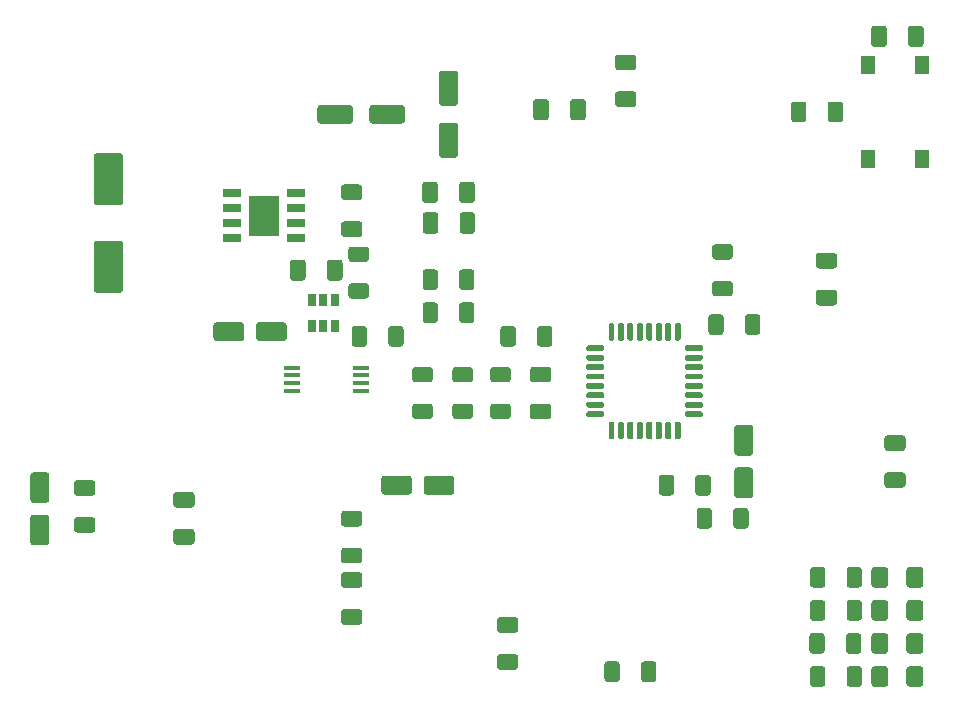
<source format=gtp>
%TF.GenerationSoftware,KiCad,Pcbnew,(5.1.12)-1*%
%TF.CreationDate,2022-08-06T16:21:54+02:00*%
%TF.ProjectId,PrototypV1_rx,50726f74-6f74-4797-9056-315f72782e6b,rev?*%
%TF.SameCoordinates,Original*%
%TF.FileFunction,Paste,Top*%
%TF.FilePolarity,Positive*%
%FSLAX46Y46*%
G04 Gerber Fmt 4.6, Leading zero omitted, Abs format (unit mm)*
G04 Created by KiCad (PCBNEW (5.1.12)-1) date 2022-08-06 16:21:54*
%MOMM*%
%LPD*%
G01*
G04 APERTURE LIST*
%ADD10R,1.300000X1.550000*%
%ADD11R,0.650000X1.060000*%
%ADD12R,1.475000X0.450000*%
%ADD13R,2.513000X3.402000*%
%ADD14R,1.525000X0.700000*%
G04 APERTURE END LIST*
G36*
G01*
X30949998Y-128900000D02*
X32250002Y-128900000D01*
G75*
G02*
X32500000Y-129149998I0J-249998D01*
G01*
X32500000Y-129975002D01*
G75*
G02*
X32250002Y-130225000I-249998J0D01*
G01*
X30949998Y-130225000D01*
G75*
G02*
X30700000Y-129975002I0J249998D01*
G01*
X30700000Y-129149998D01*
G75*
G02*
X30949998Y-128900000I249998J0D01*
G01*
G37*
G36*
G01*
X30949998Y-125775000D02*
X32250002Y-125775000D01*
G75*
G02*
X32500000Y-126024998I0J-249998D01*
G01*
X32500000Y-126850002D01*
G75*
G02*
X32250002Y-127100000I-249998J0D01*
G01*
X30949998Y-127100000D01*
G75*
G02*
X30700000Y-126850002I0J249998D01*
G01*
X30700000Y-126024998D01*
G75*
G02*
X30949998Y-125775000I249998J0D01*
G01*
G37*
G36*
G01*
X22549998Y-127900000D02*
X23850002Y-127900000D01*
G75*
G02*
X24100000Y-128149998I0J-249998D01*
G01*
X24100000Y-128975002D01*
G75*
G02*
X23850002Y-129225000I-249998J0D01*
G01*
X22549998Y-129225000D01*
G75*
G02*
X22300000Y-128975002I0J249998D01*
G01*
X22300000Y-128149998D01*
G75*
G02*
X22549998Y-127900000I249998J0D01*
G01*
G37*
G36*
G01*
X22549998Y-124775000D02*
X23850002Y-124775000D01*
G75*
G02*
X24100000Y-125024998I0J-249998D01*
G01*
X24100000Y-125850002D01*
G75*
G02*
X23850002Y-126100000I-249998J0D01*
G01*
X22549998Y-126100000D01*
G75*
G02*
X22300000Y-125850002I0J249998D01*
G01*
X22300000Y-125024998D01*
G75*
G02*
X22549998Y-124775000I249998J0D01*
G01*
G37*
D10*
X89550000Y-97575000D03*
X94050000Y-97575000D03*
X94050000Y-89625000D03*
X89550000Y-89625000D03*
G36*
G01*
X87700000Y-142025001D02*
X87700000Y-140774999D01*
G75*
G02*
X87949999Y-140525000I249999J0D01*
G01*
X88750001Y-140525000D01*
G75*
G02*
X89000000Y-140774999I0J-249999D01*
G01*
X89000000Y-142025001D01*
G75*
G02*
X88750001Y-142275000I-249999J0D01*
G01*
X87949999Y-142275000D01*
G75*
G02*
X87700000Y-142025001I0J249999D01*
G01*
G37*
G36*
G01*
X84600000Y-142025001D02*
X84600000Y-140774999D01*
G75*
G02*
X84849999Y-140525000I249999J0D01*
G01*
X85650001Y-140525000D01*
G75*
G02*
X85900000Y-140774999I0J-249999D01*
G01*
X85900000Y-142025001D01*
G75*
G02*
X85650001Y-142275000I-249999J0D01*
G01*
X84849999Y-142275000D01*
G75*
G02*
X84600000Y-142025001I0J249999D01*
G01*
G37*
G36*
G01*
X87650000Y-139225001D02*
X87650000Y-137974999D01*
G75*
G02*
X87899999Y-137725000I249999J0D01*
G01*
X88700001Y-137725000D01*
G75*
G02*
X88950000Y-137974999I0J-249999D01*
G01*
X88950000Y-139225001D01*
G75*
G02*
X88700001Y-139475000I-249999J0D01*
G01*
X87899999Y-139475000D01*
G75*
G02*
X87650000Y-139225001I0J249999D01*
G01*
G37*
G36*
G01*
X84550000Y-139225001D02*
X84550000Y-137974999D01*
G75*
G02*
X84799999Y-137725000I249999J0D01*
G01*
X85600001Y-137725000D01*
G75*
G02*
X85850000Y-137974999I0J-249999D01*
G01*
X85850000Y-139225001D01*
G75*
G02*
X85600001Y-139475000I-249999J0D01*
G01*
X84799999Y-139475000D01*
G75*
G02*
X84550000Y-139225001I0J249999D01*
G01*
G37*
G36*
G01*
X87700000Y-136425001D02*
X87700000Y-135174999D01*
G75*
G02*
X87949999Y-134925000I249999J0D01*
G01*
X88750001Y-134925000D01*
G75*
G02*
X89000000Y-135174999I0J-249999D01*
G01*
X89000000Y-136425001D01*
G75*
G02*
X88750001Y-136675000I-249999J0D01*
G01*
X87949999Y-136675000D01*
G75*
G02*
X87700000Y-136425001I0J249999D01*
G01*
G37*
G36*
G01*
X84600000Y-136425001D02*
X84600000Y-135174999D01*
G75*
G02*
X84849999Y-134925000I249999J0D01*
G01*
X85650001Y-134925000D01*
G75*
G02*
X85900000Y-135174999I0J-249999D01*
G01*
X85900000Y-136425001D01*
G75*
G02*
X85650001Y-136675000I-249999J0D01*
G01*
X84849999Y-136675000D01*
G75*
G02*
X84600000Y-136425001I0J249999D01*
G01*
G37*
G36*
G01*
X87700000Y-133625001D02*
X87700000Y-132374999D01*
G75*
G02*
X87949999Y-132125000I249999J0D01*
G01*
X88750001Y-132125000D01*
G75*
G02*
X89000000Y-132374999I0J-249999D01*
G01*
X89000000Y-133625001D01*
G75*
G02*
X88750001Y-133875000I-249999J0D01*
G01*
X87949999Y-133875000D01*
G75*
G02*
X87700000Y-133625001I0J249999D01*
G01*
G37*
G36*
G01*
X84600000Y-133625001D02*
X84600000Y-132374999D01*
G75*
G02*
X84849999Y-132125000I249999J0D01*
G01*
X85650001Y-132125000D01*
G75*
G02*
X85900000Y-132374999I0J-249999D01*
G01*
X85900000Y-133625001D01*
G75*
G02*
X85650001Y-133875000I-249999J0D01*
G01*
X84849999Y-133875000D01*
G75*
G02*
X84600000Y-133625001I0J249999D01*
G01*
G37*
G36*
G01*
X84300000Y-92974999D02*
X84300000Y-94225001D01*
G75*
G02*
X84050001Y-94475000I-249999J0D01*
G01*
X83249999Y-94475000D01*
G75*
G02*
X83000000Y-94225001I0J249999D01*
G01*
X83000000Y-92974999D01*
G75*
G02*
X83249999Y-92725000I249999J0D01*
G01*
X84050001Y-92725000D01*
G75*
G02*
X84300000Y-92974999I0J-249999D01*
G01*
G37*
G36*
G01*
X87400000Y-92974999D02*
X87400000Y-94225001D01*
G75*
G02*
X87150001Y-94475000I-249999J0D01*
G01*
X86349999Y-94475000D01*
G75*
G02*
X86100000Y-94225001I0J249999D01*
G01*
X86100000Y-92974999D01*
G75*
G02*
X86349999Y-92725000I249999J0D01*
G01*
X87150001Y-92725000D01*
G75*
G02*
X87400000Y-92974999I0J-249999D01*
G01*
G37*
G36*
G01*
X91225000Y-140775000D02*
X91225000Y-142025000D01*
G75*
G02*
X90975000Y-142275000I-250000J0D01*
G01*
X90050000Y-142275000D01*
G75*
G02*
X89800000Y-142025000I0J250000D01*
G01*
X89800000Y-140775000D01*
G75*
G02*
X90050000Y-140525000I250000J0D01*
G01*
X90975000Y-140525000D01*
G75*
G02*
X91225000Y-140775000I0J-250000D01*
G01*
G37*
G36*
G01*
X94200000Y-140775000D02*
X94200000Y-142025000D01*
G75*
G02*
X93950000Y-142275000I-250000J0D01*
G01*
X93025000Y-142275000D01*
G75*
G02*
X92775000Y-142025000I0J250000D01*
G01*
X92775000Y-140775000D01*
G75*
G02*
X93025000Y-140525000I250000J0D01*
G01*
X93950000Y-140525000D01*
G75*
G02*
X94200000Y-140775000I0J-250000D01*
G01*
G37*
G36*
G01*
X91225000Y-137975000D02*
X91225000Y-139225000D01*
G75*
G02*
X90975000Y-139475000I-250000J0D01*
G01*
X90050000Y-139475000D01*
G75*
G02*
X89800000Y-139225000I0J250000D01*
G01*
X89800000Y-137975000D01*
G75*
G02*
X90050000Y-137725000I250000J0D01*
G01*
X90975000Y-137725000D01*
G75*
G02*
X91225000Y-137975000I0J-250000D01*
G01*
G37*
G36*
G01*
X94200000Y-137975000D02*
X94200000Y-139225000D01*
G75*
G02*
X93950000Y-139475000I-250000J0D01*
G01*
X93025000Y-139475000D01*
G75*
G02*
X92775000Y-139225000I0J250000D01*
G01*
X92775000Y-137975000D01*
G75*
G02*
X93025000Y-137725000I250000J0D01*
G01*
X93950000Y-137725000D01*
G75*
G02*
X94200000Y-137975000I0J-250000D01*
G01*
G37*
G36*
G01*
X91225000Y-135175000D02*
X91225000Y-136425000D01*
G75*
G02*
X90975000Y-136675000I-250000J0D01*
G01*
X90050000Y-136675000D01*
G75*
G02*
X89800000Y-136425000I0J250000D01*
G01*
X89800000Y-135175000D01*
G75*
G02*
X90050000Y-134925000I250000J0D01*
G01*
X90975000Y-134925000D01*
G75*
G02*
X91225000Y-135175000I0J-250000D01*
G01*
G37*
G36*
G01*
X94200000Y-135175000D02*
X94200000Y-136425000D01*
G75*
G02*
X93950000Y-136675000I-250000J0D01*
G01*
X93025000Y-136675000D01*
G75*
G02*
X92775000Y-136425000I0J250000D01*
G01*
X92775000Y-135175000D01*
G75*
G02*
X93025000Y-134925000I250000J0D01*
G01*
X93950000Y-134925000D01*
G75*
G02*
X94200000Y-135175000I0J-250000D01*
G01*
G37*
G36*
G01*
X91225000Y-132375000D02*
X91225000Y-133625000D01*
G75*
G02*
X90975000Y-133875000I-250000J0D01*
G01*
X90050000Y-133875000D01*
G75*
G02*
X89800000Y-133625000I0J250000D01*
G01*
X89800000Y-132375000D01*
G75*
G02*
X90050000Y-132125000I250000J0D01*
G01*
X90975000Y-132125000D01*
G75*
G02*
X91225000Y-132375000I0J-250000D01*
G01*
G37*
G36*
G01*
X94200000Y-132375000D02*
X94200000Y-133625000D01*
G75*
G02*
X93950000Y-133875000I-250000J0D01*
G01*
X93025000Y-133875000D01*
G75*
G02*
X92775000Y-133625000I0J250000D01*
G01*
X92775000Y-132375000D01*
G75*
G02*
X93025000Y-132125000I250000J0D01*
G01*
X93950000Y-132125000D01*
G75*
G02*
X94200000Y-132375000I0J-250000D01*
G01*
G37*
G36*
G01*
X91100000Y-86549998D02*
X91100000Y-87850002D01*
G75*
G02*
X90850002Y-88100000I-249998J0D01*
G01*
X90024998Y-88100000D01*
G75*
G02*
X89775000Y-87850002I0J249998D01*
G01*
X89775000Y-86549998D01*
G75*
G02*
X90024998Y-86300000I249998J0D01*
G01*
X90850002Y-86300000D01*
G75*
G02*
X91100000Y-86549998I0J-249998D01*
G01*
G37*
G36*
G01*
X94225000Y-86549998D02*
X94225000Y-87850002D01*
G75*
G02*
X93975002Y-88100000I-249998J0D01*
G01*
X93149998Y-88100000D01*
G75*
G02*
X92900000Y-87850002I0J249998D01*
G01*
X92900000Y-86549998D01*
G75*
G02*
X93149998Y-86300000I249998J0D01*
G01*
X93975002Y-86300000D01*
G75*
G02*
X94225000Y-86549998I0J-249998D01*
G01*
G37*
G36*
G01*
X57774999Y-118300000D02*
X59025001Y-118300000D01*
G75*
G02*
X59275000Y-118549999I0J-249999D01*
G01*
X59275000Y-119350001D01*
G75*
G02*
X59025001Y-119600000I-249999J0D01*
G01*
X57774999Y-119600000D01*
G75*
G02*
X57525000Y-119350001I0J249999D01*
G01*
X57525000Y-118549999D01*
G75*
G02*
X57774999Y-118300000I249999J0D01*
G01*
G37*
G36*
G01*
X57774999Y-115200000D02*
X59025001Y-115200000D01*
G75*
G02*
X59275000Y-115449999I0J-249999D01*
G01*
X59275000Y-116250001D01*
G75*
G02*
X59025001Y-116500000I-249999J0D01*
G01*
X57774999Y-116500000D01*
G75*
G02*
X57525000Y-116250001I0J249999D01*
G01*
X57525000Y-115449999D01*
G75*
G02*
X57774999Y-115200000I249999J0D01*
G01*
G37*
G36*
G01*
X51174999Y-118300000D02*
X52425001Y-118300000D01*
G75*
G02*
X52675000Y-118549999I0J-249999D01*
G01*
X52675000Y-119350001D01*
G75*
G02*
X52425001Y-119600000I-249999J0D01*
G01*
X51174999Y-119600000D01*
G75*
G02*
X50925000Y-119350001I0J249999D01*
G01*
X50925000Y-118549999D01*
G75*
G02*
X51174999Y-118300000I249999J0D01*
G01*
G37*
G36*
G01*
X51174999Y-115200000D02*
X52425001Y-115200000D01*
G75*
G02*
X52675000Y-115449999I0J-249999D01*
G01*
X52675000Y-116250001D01*
G75*
G02*
X52425001Y-116500000I-249999J0D01*
G01*
X51174999Y-116500000D01*
G75*
G02*
X50925000Y-116250001I0J249999D01*
G01*
X50925000Y-115449999D01*
G75*
G02*
X51174999Y-115200000I249999J0D01*
G01*
G37*
G36*
G01*
X54574999Y-118300000D02*
X55825001Y-118300000D01*
G75*
G02*
X56075000Y-118549999I0J-249999D01*
G01*
X56075000Y-119350001D01*
G75*
G02*
X55825001Y-119600000I-249999J0D01*
G01*
X54574999Y-119600000D01*
G75*
G02*
X54325000Y-119350001I0J249999D01*
G01*
X54325000Y-118549999D01*
G75*
G02*
X54574999Y-118300000I249999J0D01*
G01*
G37*
G36*
G01*
X54574999Y-115200000D02*
X55825001Y-115200000D01*
G75*
G02*
X56075000Y-115449999I0J-249999D01*
G01*
X56075000Y-116250001D01*
G75*
G02*
X55825001Y-116500000I-249999J0D01*
G01*
X54574999Y-116500000D01*
G75*
G02*
X54325000Y-116250001I0J249999D01*
G01*
X54325000Y-115449999D01*
G75*
G02*
X54574999Y-115200000I249999J0D01*
G01*
G37*
G36*
G01*
X59700000Y-111974999D02*
X59700000Y-113225001D01*
G75*
G02*
X59450001Y-113475000I-249999J0D01*
G01*
X58649999Y-113475000D01*
G75*
G02*
X58400000Y-113225001I0J249999D01*
G01*
X58400000Y-111974999D01*
G75*
G02*
X58649999Y-111725000I249999J0D01*
G01*
X59450001Y-111725000D01*
G75*
G02*
X59700000Y-111974999I0J-249999D01*
G01*
G37*
G36*
G01*
X62800000Y-111974999D02*
X62800000Y-113225001D01*
G75*
G02*
X62550001Y-113475000I-249999J0D01*
G01*
X61749999Y-113475000D01*
G75*
G02*
X61500000Y-113225001I0J249999D01*
G01*
X61500000Y-111974999D01*
G75*
G02*
X61749999Y-111725000I249999J0D01*
G01*
X62550001Y-111725000D01*
G75*
G02*
X62800000Y-111974999I0J-249999D01*
G01*
G37*
G36*
G01*
X18850000Y-127700000D02*
X19950000Y-127700000D01*
G75*
G02*
X20200000Y-127950000I0J-250000D01*
G01*
X20200000Y-130050000D01*
G75*
G02*
X19950000Y-130300000I-250000J0D01*
G01*
X18850000Y-130300000D01*
G75*
G02*
X18600000Y-130050000I0J250000D01*
G01*
X18600000Y-127950000D01*
G75*
G02*
X18850000Y-127700000I250000J0D01*
G01*
G37*
G36*
G01*
X18850000Y-124100000D02*
X19950000Y-124100000D01*
G75*
G02*
X20200000Y-124350000I0J-250000D01*
G01*
X20200000Y-126450000D01*
G75*
G02*
X19950000Y-126700000I-250000J0D01*
G01*
X18850000Y-126700000D01*
G75*
G02*
X18600000Y-126450000I0J250000D01*
G01*
X18600000Y-124350000D01*
G75*
G02*
X18850000Y-124100000I250000J0D01*
G01*
G37*
G36*
G01*
X48900000Y-113225001D02*
X48900000Y-111974999D01*
G75*
G02*
X49149999Y-111725000I249999J0D01*
G01*
X49950001Y-111725000D01*
G75*
G02*
X50200000Y-111974999I0J-249999D01*
G01*
X50200000Y-113225001D01*
G75*
G02*
X49950001Y-113475000I-249999J0D01*
G01*
X49149999Y-113475000D01*
G75*
G02*
X48900000Y-113225001I0J249999D01*
G01*
G37*
G36*
G01*
X45800000Y-113225001D02*
X45800000Y-111974999D01*
G75*
G02*
X46049999Y-111725000I249999J0D01*
G01*
X46850001Y-111725000D01*
G75*
G02*
X47100000Y-111974999I0J-249999D01*
G01*
X47100000Y-113225001D01*
G75*
G02*
X46850001Y-113475000I-249999J0D01*
G01*
X46049999Y-113475000D01*
G75*
G02*
X45800000Y-113225001I0J249999D01*
G01*
G37*
G36*
G01*
X47025001Y-106300000D02*
X45774999Y-106300000D01*
G75*
G02*
X45525000Y-106050001I0J249999D01*
G01*
X45525000Y-105249999D01*
G75*
G02*
X45774999Y-105000000I249999J0D01*
G01*
X47025001Y-105000000D01*
G75*
G02*
X47275000Y-105249999I0J-249999D01*
G01*
X47275000Y-106050001D01*
G75*
G02*
X47025001Y-106300000I-249999J0D01*
G01*
G37*
G36*
G01*
X47025001Y-109400000D02*
X45774999Y-109400000D01*
G75*
G02*
X45525000Y-109150001I0J249999D01*
G01*
X45525000Y-108349999D01*
G75*
G02*
X45774999Y-108100000I249999J0D01*
G01*
X47025001Y-108100000D01*
G75*
G02*
X47275000Y-108349999I0J-249999D01*
G01*
X47275000Y-109150001D01*
G75*
G02*
X47025001Y-109400000I-249999J0D01*
G01*
G37*
D11*
X43400000Y-109500000D03*
X42450000Y-109500000D03*
X44350000Y-109500000D03*
X44350000Y-111700000D03*
X43400000Y-111700000D03*
X42450000Y-111700000D03*
D12*
X46633000Y-115240000D03*
X46633000Y-115890000D03*
X46633000Y-116540000D03*
X46633000Y-117190000D03*
X40757000Y-117190000D03*
X40757000Y-116540000D03*
X40757000Y-115890000D03*
X40757000Y-115240000D03*
G36*
G01*
X37700000Y-112750000D02*
X37700000Y-111650000D01*
G75*
G02*
X37950000Y-111400000I250000J0D01*
G01*
X40050000Y-111400000D01*
G75*
G02*
X40300000Y-111650000I0J-250000D01*
G01*
X40300000Y-112750000D01*
G75*
G02*
X40050000Y-113000000I-250000J0D01*
G01*
X37950000Y-113000000D01*
G75*
G02*
X37700000Y-112750000I0J250000D01*
G01*
G37*
G36*
G01*
X34100000Y-112750000D02*
X34100000Y-111650000D01*
G75*
G02*
X34350000Y-111400000I250000J0D01*
G01*
X36450000Y-111400000D01*
G75*
G02*
X36700000Y-111650000I0J-250000D01*
G01*
X36700000Y-112750000D01*
G75*
G02*
X36450000Y-113000000I-250000J0D01*
G01*
X34350000Y-113000000D01*
G75*
G02*
X34100000Y-112750000I0J250000D01*
G01*
G37*
G36*
G01*
X43700000Y-107650002D02*
X43700000Y-106349998D01*
G75*
G02*
X43949998Y-106100000I249998J0D01*
G01*
X44775002Y-106100000D01*
G75*
G02*
X45025000Y-106349998I0J-249998D01*
G01*
X45025000Y-107650002D01*
G75*
G02*
X44775002Y-107900000I-249998J0D01*
G01*
X43949998Y-107900000D01*
G75*
G02*
X43700000Y-107650002I0J249998D01*
G01*
G37*
G36*
G01*
X40575000Y-107650002D02*
X40575000Y-106349998D01*
G75*
G02*
X40824998Y-106100000I249998J0D01*
G01*
X41650002Y-106100000D01*
G75*
G02*
X41900000Y-106349998I0J-249998D01*
G01*
X41900000Y-107650002D01*
G75*
G02*
X41650002Y-107900000I-249998J0D01*
G01*
X40824998Y-107900000D01*
G75*
G02*
X40575000Y-107650002I0J249998D01*
G01*
G37*
G36*
G01*
X77825001Y-106100000D02*
X76574999Y-106100000D01*
G75*
G02*
X76325000Y-105850001I0J249999D01*
G01*
X76325000Y-105049999D01*
G75*
G02*
X76574999Y-104800000I249999J0D01*
G01*
X77825001Y-104800000D01*
G75*
G02*
X78075000Y-105049999I0J-249999D01*
G01*
X78075000Y-105850001D01*
G75*
G02*
X77825001Y-106100000I-249999J0D01*
G01*
G37*
G36*
G01*
X77825001Y-109200000D02*
X76574999Y-109200000D01*
G75*
G02*
X76325000Y-108950001I0J249999D01*
G01*
X76325000Y-108149999D01*
G75*
G02*
X76574999Y-107900000I249999J0D01*
G01*
X77825001Y-107900000D01*
G75*
G02*
X78075000Y-108149999I0J-249999D01*
G01*
X78075000Y-108950001D01*
G75*
G02*
X77825001Y-109200000I-249999J0D01*
G01*
G37*
G36*
G01*
X79100000Y-112225001D02*
X79100000Y-110974999D01*
G75*
G02*
X79349999Y-110725000I249999J0D01*
G01*
X80150001Y-110725000D01*
G75*
G02*
X80400000Y-110974999I0J-249999D01*
G01*
X80400000Y-112225001D01*
G75*
G02*
X80150001Y-112475000I-249999J0D01*
G01*
X79349999Y-112475000D01*
G75*
G02*
X79100000Y-112225001I0J249999D01*
G01*
G37*
G36*
G01*
X76000000Y-112225001D02*
X76000000Y-110974999D01*
G75*
G02*
X76249999Y-110725000I249999J0D01*
G01*
X77050001Y-110725000D01*
G75*
G02*
X77300000Y-110974999I0J-249999D01*
G01*
X77300000Y-112225001D01*
G75*
G02*
X77050001Y-112475000I-249999J0D01*
G01*
X76249999Y-112475000D01*
G75*
G02*
X76000000Y-112225001I0J249999D01*
G01*
G37*
G36*
G01*
X53100000Y-107174999D02*
X53100000Y-108425001D01*
G75*
G02*
X52850001Y-108675000I-249999J0D01*
G01*
X52049999Y-108675000D01*
G75*
G02*
X51800000Y-108425001I0J249999D01*
G01*
X51800000Y-107174999D01*
G75*
G02*
X52049999Y-106925000I249999J0D01*
G01*
X52850001Y-106925000D01*
G75*
G02*
X53100000Y-107174999I0J-249999D01*
G01*
G37*
G36*
G01*
X56200000Y-107174999D02*
X56200000Y-108425001D01*
G75*
G02*
X55950001Y-108675000I-249999J0D01*
G01*
X55149999Y-108675000D01*
G75*
G02*
X54900000Y-108425001I0J249999D01*
G01*
X54900000Y-107174999D01*
G75*
G02*
X55149999Y-106925000I249999J0D01*
G01*
X55950001Y-106925000D01*
G75*
G02*
X56200000Y-107174999I0J-249999D01*
G01*
G37*
G36*
G01*
X53100000Y-109974999D02*
X53100000Y-111225001D01*
G75*
G02*
X52850001Y-111475000I-249999J0D01*
G01*
X52049999Y-111475000D01*
G75*
G02*
X51800000Y-111225001I0J249999D01*
G01*
X51800000Y-109974999D01*
G75*
G02*
X52049999Y-109725000I249999J0D01*
G01*
X52850001Y-109725000D01*
G75*
G02*
X53100000Y-109974999I0J-249999D01*
G01*
G37*
G36*
G01*
X56200000Y-109974999D02*
X56200000Y-111225001D01*
G75*
G02*
X55950001Y-111475000I-249999J0D01*
G01*
X55149999Y-111475000D01*
G75*
G02*
X54900000Y-111225001I0J249999D01*
G01*
X54900000Y-109974999D01*
G75*
G02*
X55149999Y-109725000I249999J0D01*
G01*
X55950001Y-109725000D01*
G75*
G02*
X56200000Y-109974999I0J-249999D01*
G01*
G37*
G36*
G01*
X68500000Y-140374999D02*
X68500000Y-141625001D01*
G75*
G02*
X68250001Y-141875000I-249999J0D01*
G01*
X67449999Y-141875000D01*
G75*
G02*
X67200000Y-141625001I0J249999D01*
G01*
X67200000Y-140374999D01*
G75*
G02*
X67449999Y-140125000I249999J0D01*
G01*
X68250001Y-140125000D01*
G75*
G02*
X68500000Y-140374999I0J-249999D01*
G01*
G37*
G36*
G01*
X71600000Y-140374999D02*
X71600000Y-141625001D01*
G75*
G02*
X71350001Y-141875000I-249999J0D01*
G01*
X70549999Y-141875000D01*
G75*
G02*
X70300000Y-141625001I0J249999D01*
G01*
X70300000Y-140374999D01*
G75*
G02*
X70549999Y-140125000I249999J0D01*
G01*
X71350001Y-140125000D01*
G75*
G02*
X71600000Y-140374999I0J-249999D01*
G01*
G37*
G36*
G01*
X74900000Y-125825001D02*
X74900000Y-124574999D01*
G75*
G02*
X75149999Y-124325000I249999J0D01*
G01*
X75950001Y-124325000D01*
G75*
G02*
X76200000Y-124574999I0J-249999D01*
G01*
X76200000Y-125825001D01*
G75*
G02*
X75950001Y-126075000I-249999J0D01*
G01*
X75149999Y-126075000D01*
G75*
G02*
X74900000Y-125825001I0J249999D01*
G01*
G37*
G36*
G01*
X71800000Y-125825001D02*
X71800000Y-124574999D01*
G75*
G02*
X72049999Y-124325000I249999J0D01*
G01*
X72850001Y-124325000D01*
G75*
G02*
X73100000Y-124574999I0J-249999D01*
G01*
X73100000Y-125825001D01*
G75*
G02*
X72850001Y-126075000I-249999J0D01*
G01*
X72049999Y-126075000D01*
G75*
G02*
X71800000Y-125825001I0J249999D01*
G01*
G37*
G36*
G01*
X78100000Y-128625001D02*
X78100000Y-127374999D01*
G75*
G02*
X78349999Y-127125000I249999J0D01*
G01*
X79150001Y-127125000D01*
G75*
G02*
X79400000Y-127374999I0J-249999D01*
G01*
X79400000Y-128625001D01*
G75*
G02*
X79150001Y-128875000I-249999J0D01*
G01*
X78349999Y-128875000D01*
G75*
G02*
X78100000Y-128625001I0J249999D01*
G01*
G37*
G36*
G01*
X75000000Y-128625001D02*
X75000000Y-127374999D01*
G75*
G02*
X75249999Y-127125000I249999J0D01*
G01*
X76050001Y-127125000D01*
G75*
G02*
X76300000Y-127374999I0J-249999D01*
G01*
X76300000Y-128625001D01*
G75*
G02*
X76050001Y-128875000I-249999J0D01*
G01*
X75249999Y-128875000D01*
G75*
G02*
X75000000Y-128625001I0J249999D01*
G01*
G37*
D13*
X38400000Y-102400000D03*
D14*
X41112000Y-100495000D03*
X41112000Y-101765000D03*
X41112000Y-103035000D03*
X41112000Y-104305000D03*
X35688000Y-104305000D03*
X35688000Y-103035000D03*
X35688000Y-101765000D03*
X35688000Y-100495000D03*
G36*
G01*
X67550000Y-112850000D02*
X67550000Y-111600000D01*
G75*
G02*
X67675000Y-111475000I125000J0D01*
G01*
X67925000Y-111475000D01*
G75*
G02*
X68050000Y-111600000I0J-125000D01*
G01*
X68050000Y-112850000D01*
G75*
G02*
X67925000Y-112975000I-125000J0D01*
G01*
X67675000Y-112975000D01*
G75*
G02*
X67550000Y-112850000I0J125000D01*
G01*
G37*
G36*
G01*
X68350000Y-112850000D02*
X68350000Y-111600000D01*
G75*
G02*
X68475000Y-111475000I125000J0D01*
G01*
X68725000Y-111475000D01*
G75*
G02*
X68850000Y-111600000I0J-125000D01*
G01*
X68850000Y-112850000D01*
G75*
G02*
X68725000Y-112975000I-125000J0D01*
G01*
X68475000Y-112975000D01*
G75*
G02*
X68350000Y-112850000I0J125000D01*
G01*
G37*
G36*
G01*
X69150000Y-112850000D02*
X69150000Y-111600000D01*
G75*
G02*
X69275000Y-111475000I125000J0D01*
G01*
X69525000Y-111475000D01*
G75*
G02*
X69650000Y-111600000I0J-125000D01*
G01*
X69650000Y-112850000D01*
G75*
G02*
X69525000Y-112975000I-125000J0D01*
G01*
X69275000Y-112975000D01*
G75*
G02*
X69150000Y-112850000I0J125000D01*
G01*
G37*
G36*
G01*
X69950000Y-112850000D02*
X69950000Y-111600000D01*
G75*
G02*
X70075000Y-111475000I125000J0D01*
G01*
X70325000Y-111475000D01*
G75*
G02*
X70450000Y-111600000I0J-125000D01*
G01*
X70450000Y-112850000D01*
G75*
G02*
X70325000Y-112975000I-125000J0D01*
G01*
X70075000Y-112975000D01*
G75*
G02*
X69950000Y-112850000I0J125000D01*
G01*
G37*
G36*
G01*
X70750000Y-112850000D02*
X70750000Y-111600000D01*
G75*
G02*
X70875000Y-111475000I125000J0D01*
G01*
X71125000Y-111475000D01*
G75*
G02*
X71250000Y-111600000I0J-125000D01*
G01*
X71250000Y-112850000D01*
G75*
G02*
X71125000Y-112975000I-125000J0D01*
G01*
X70875000Y-112975000D01*
G75*
G02*
X70750000Y-112850000I0J125000D01*
G01*
G37*
G36*
G01*
X71550000Y-112850000D02*
X71550000Y-111600000D01*
G75*
G02*
X71675000Y-111475000I125000J0D01*
G01*
X71925000Y-111475000D01*
G75*
G02*
X72050000Y-111600000I0J-125000D01*
G01*
X72050000Y-112850000D01*
G75*
G02*
X71925000Y-112975000I-125000J0D01*
G01*
X71675000Y-112975000D01*
G75*
G02*
X71550000Y-112850000I0J125000D01*
G01*
G37*
G36*
G01*
X72350000Y-112850000D02*
X72350000Y-111600000D01*
G75*
G02*
X72475000Y-111475000I125000J0D01*
G01*
X72725000Y-111475000D01*
G75*
G02*
X72850000Y-111600000I0J-125000D01*
G01*
X72850000Y-112850000D01*
G75*
G02*
X72725000Y-112975000I-125000J0D01*
G01*
X72475000Y-112975000D01*
G75*
G02*
X72350000Y-112850000I0J125000D01*
G01*
G37*
G36*
G01*
X73150000Y-112850000D02*
X73150000Y-111600000D01*
G75*
G02*
X73275000Y-111475000I125000J0D01*
G01*
X73525000Y-111475000D01*
G75*
G02*
X73650000Y-111600000I0J-125000D01*
G01*
X73650000Y-112850000D01*
G75*
G02*
X73525000Y-112975000I-125000J0D01*
G01*
X73275000Y-112975000D01*
G75*
G02*
X73150000Y-112850000I0J125000D01*
G01*
G37*
G36*
G01*
X74025000Y-113725000D02*
X74025000Y-113475000D01*
G75*
G02*
X74150000Y-113350000I125000J0D01*
G01*
X75400000Y-113350000D01*
G75*
G02*
X75525000Y-113475000I0J-125000D01*
G01*
X75525000Y-113725000D01*
G75*
G02*
X75400000Y-113850000I-125000J0D01*
G01*
X74150000Y-113850000D01*
G75*
G02*
X74025000Y-113725000I0J125000D01*
G01*
G37*
G36*
G01*
X74025000Y-114525000D02*
X74025000Y-114275000D01*
G75*
G02*
X74150000Y-114150000I125000J0D01*
G01*
X75400000Y-114150000D01*
G75*
G02*
X75525000Y-114275000I0J-125000D01*
G01*
X75525000Y-114525000D01*
G75*
G02*
X75400000Y-114650000I-125000J0D01*
G01*
X74150000Y-114650000D01*
G75*
G02*
X74025000Y-114525000I0J125000D01*
G01*
G37*
G36*
G01*
X74025000Y-115325000D02*
X74025000Y-115075000D01*
G75*
G02*
X74150000Y-114950000I125000J0D01*
G01*
X75400000Y-114950000D01*
G75*
G02*
X75525000Y-115075000I0J-125000D01*
G01*
X75525000Y-115325000D01*
G75*
G02*
X75400000Y-115450000I-125000J0D01*
G01*
X74150000Y-115450000D01*
G75*
G02*
X74025000Y-115325000I0J125000D01*
G01*
G37*
G36*
G01*
X74025000Y-116125000D02*
X74025000Y-115875000D01*
G75*
G02*
X74150000Y-115750000I125000J0D01*
G01*
X75400000Y-115750000D01*
G75*
G02*
X75525000Y-115875000I0J-125000D01*
G01*
X75525000Y-116125000D01*
G75*
G02*
X75400000Y-116250000I-125000J0D01*
G01*
X74150000Y-116250000D01*
G75*
G02*
X74025000Y-116125000I0J125000D01*
G01*
G37*
G36*
G01*
X74025000Y-116925000D02*
X74025000Y-116675000D01*
G75*
G02*
X74150000Y-116550000I125000J0D01*
G01*
X75400000Y-116550000D01*
G75*
G02*
X75525000Y-116675000I0J-125000D01*
G01*
X75525000Y-116925000D01*
G75*
G02*
X75400000Y-117050000I-125000J0D01*
G01*
X74150000Y-117050000D01*
G75*
G02*
X74025000Y-116925000I0J125000D01*
G01*
G37*
G36*
G01*
X74025000Y-117725000D02*
X74025000Y-117475000D01*
G75*
G02*
X74150000Y-117350000I125000J0D01*
G01*
X75400000Y-117350000D01*
G75*
G02*
X75525000Y-117475000I0J-125000D01*
G01*
X75525000Y-117725000D01*
G75*
G02*
X75400000Y-117850000I-125000J0D01*
G01*
X74150000Y-117850000D01*
G75*
G02*
X74025000Y-117725000I0J125000D01*
G01*
G37*
G36*
G01*
X74025000Y-118525000D02*
X74025000Y-118275000D01*
G75*
G02*
X74150000Y-118150000I125000J0D01*
G01*
X75400000Y-118150000D01*
G75*
G02*
X75525000Y-118275000I0J-125000D01*
G01*
X75525000Y-118525000D01*
G75*
G02*
X75400000Y-118650000I-125000J0D01*
G01*
X74150000Y-118650000D01*
G75*
G02*
X74025000Y-118525000I0J125000D01*
G01*
G37*
G36*
G01*
X74025000Y-119325000D02*
X74025000Y-119075000D01*
G75*
G02*
X74150000Y-118950000I125000J0D01*
G01*
X75400000Y-118950000D01*
G75*
G02*
X75525000Y-119075000I0J-125000D01*
G01*
X75525000Y-119325000D01*
G75*
G02*
X75400000Y-119450000I-125000J0D01*
G01*
X74150000Y-119450000D01*
G75*
G02*
X74025000Y-119325000I0J125000D01*
G01*
G37*
G36*
G01*
X73150000Y-121200000D02*
X73150000Y-119950000D01*
G75*
G02*
X73275000Y-119825000I125000J0D01*
G01*
X73525000Y-119825000D01*
G75*
G02*
X73650000Y-119950000I0J-125000D01*
G01*
X73650000Y-121200000D01*
G75*
G02*
X73525000Y-121325000I-125000J0D01*
G01*
X73275000Y-121325000D01*
G75*
G02*
X73150000Y-121200000I0J125000D01*
G01*
G37*
G36*
G01*
X72350000Y-121200000D02*
X72350000Y-119950000D01*
G75*
G02*
X72475000Y-119825000I125000J0D01*
G01*
X72725000Y-119825000D01*
G75*
G02*
X72850000Y-119950000I0J-125000D01*
G01*
X72850000Y-121200000D01*
G75*
G02*
X72725000Y-121325000I-125000J0D01*
G01*
X72475000Y-121325000D01*
G75*
G02*
X72350000Y-121200000I0J125000D01*
G01*
G37*
G36*
G01*
X71550000Y-121200000D02*
X71550000Y-119950000D01*
G75*
G02*
X71675000Y-119825000I125000J0D01*
G01*
X71925000Y-119825000D01*
G75*
G02*
X72050000Y-119950000I0J-125000D01*
G01*
X72050000Y-121200000D01*
G75*
G02*
X71925000Y-121325000I-125000J0D01*
G01*
X71675000Y-121325000D01*
G75*
G02*
X71550000Y-121200000I0J125000D01*
G01*
G37*
G36*
G01*
X70750000Y-121200000D02*
X70750000Y-119950000D01*
G75*
G02*
X70875000Y-119825000I125000J0D01*
G01*
X71125000Y-119825000D01*
G75*
G02*
X71250000Y-119950000I0J-125000D01*
G01*
X71250000Y-121200000D01*
G75*
G02*
X71125000Y-121325000I-125000J0D01*
G01*
X70875000Y-121325000D01*
G75*
G02*
X70750000Y-121200000I0J125000D01*
G01*
G37*
G36*
G01*
X69950000Y-121200000D02*
X69950000Y-119950000D01*
G75*
G02*
X70075000Y-119825000I125000J0D01*
G01*
X70325000Y-119825000D01*
G75*
G02*
X70450000Y-119950000I0J-125000D01*
G01*
X70450000Y-121200000D01*
G75*
G02*
X70325000Y-121325000I-125000J0D01*
G01*
X70075000Y-121325000D01*
G75*
G02*
X69950000Y-121200000I0J125000D01*
G01*
G37*
G36*
G01*
X69150000Y-121200000D02*
X69150000Y-119950000D01*
G75*
G02*
X69275000Y-119825000I125000J0D01*
G01*
X69525000Y-119825000D01*
G75*
G02*
X69650000Y-119950000I0J-125000D01*
G01*
X69650000Y-121200000D01*
G75*
G02*
X69525000Y-121325000I-125000J0D01*
G01*
X69275000Y-121325000D01*
G75*
G02*
X69150000Y-121200000I0J125000D01*
G01*
G37*
G36*
G01*
X68350000Y-121200000D02*
X68350000Y-119950000D01*
G75*
G02*
X68475000Y-119825000I125000J0D01*
G01*
X68725000Y-119825000D01*
G75*
G02*
X68850000Y-119950000I0J-125000D01*
G01*
X68850000Y-121200000D01*
G75*
G02*
X68725000Y-121325000I-125000J0D01*
G01*
X68475000Y-121325000D01*
G75*
G02*
X68350000Y-121200000I0J125000D01*
G01*
G37*
G36*
G01*
X67550000Y-121200000D02*
X67550000Y-119950000D01*
G75*
G02*
X67675000Y-119825000I125000J0D01*
G01*
X67925000Y-119825000D01*
G75*
G02*
X68050000Y-119950000I0J-125000D01*
G01*
X68050000Y-121200000D01*
G75*
G02*
X67925000Y-121325000I-125000J0D01*
G01*
X67675000Y-121325000D01*
G75*
G02*
X67550000Y-121200000I0J125000D01*
G01*
G37*
G36*
G01*
X65675000Y-119325000D02*
X65675000Y-119075000D01*
G75*
G02*
X65800000Y-118950000I125000J0D01*
G01*
X67050000Y-118950000D01*
G75*
G02*
X67175000Y-119075000I0J-125000D01*
G01*
X67175000Y-119325000D01*
G75*
G02*
X67050000Y-119450000I-125000J0D01*
G01*
X65800000Y-119450000D01*
G75*
G02*
X65675000Y-119325000I0J125000D01*
G01*
G37*
G36*
G01*
X65675000Y-118525000D02*
X65675000Y-118275000D01*
G75*
G02*
X65800000Y-118150000I125000J0D01*
G01*
X67050000Y-118150000D01*
G75*
G02*
X67175000Y-118275000I0J-125000D01*
G01*
X67175000Y-118525000D01*
G75*
G02*
X67050000Y-118650000I-125000J0D01*
G01*
X65800000Y-118650000D01*
G75*
G02*
X65675000Y-118525000I0J125000D01*
G01*
G37*
G36*
G01*
X65675000Y-117725000D02*
X65675000Y-117475000D01*
G75*
G02*
X65800000Y-117350000I125000J0D01*
G01*
X67050000Y-117350000D01*
G75*
G02*
X67175000Y-117475000I0J-125000D01*
G01*
X67175000Y-117725000D01*
G75*
G02*
X67050000Y-117850000I-125000J0D01*
G01*
X65800000Y-117850000D01*
G75*
G02*
X65675000Y-117725000I0J125000D01*
G01*
G37*
G36*
G01*
X65675000Y-116925000D02*
X65675000Y-116675000D01*
G75*
G02*
X65800000Y-116550000I125000J0D01*
G01*
X67050000Y-116550000D01*
G75*
G02*
X67175000Y-116675000I0J-125000D01*
G01*
X67175000Y-116925000D01*
G75*
G02*
X67050000Y-117050000I-125000J0D01*
G01*
X65800000Y-117050000D01*
G75*
G02*
X65675000Y-116925000I0J125000D01*
G01*
G37*
G36*
G01*
X65675000Y-116125000D02*
X65675000Y-115875000D01*
G75*
G02*
X65800000Y-115750000I125000J0D01*
G01*
X67050000Y-115750000D01*
G75*
G02*
X67175000Y-115875000I0J-125000D01*
G01*
X67175000Y-116125000D01*
G75*
G02*
X67050000Y-116250000I-125000J0D01*
G01*
X65800000Y-116250000D01*
G75*
G02*
X65675000Y-116125000I0J125000D01*
G01*
G37*
G36*
G01*
X65675000Y-115325000D02*
X65675000Y-115075000D01*
G75*
G02*
X65800000Y-114950000I125000J0D01*
G01*
X67050000Y-114950000D01*
G75*
G02*
X67175000Y-115075000I0J-125000D01*
G01*
X67175000Y-115325000D01*
G75*
G02*
X67050000Y-115450000I-125000J0D01*
G01*
X65800000Y-115450000D01*
G75*
G02*
X65675000Y-115325000I0J125000D01*
G01*
G37*
G36*
G01*
X65675000Y-114525000D02*
X65675000Y-114275000D01*
G75*
G02*
X65800000Y-114150000I125000J0D01*
G01*
X67050000Y-114150000D01*
G75*
G02*
X67175000Y-114275000I0J-125000D01*
G01*
X67175000Y-114525000D01*
G75*
G02*
X67050000Y-114650000I-125000J0D01*
G01*
X65800000Y-114650000D01*
G75*
G02*
X65675000Y-114525000I0J125000D01*
G01*
G37*
G36*
G01*
X65675000Y-113725000D02*
X65675000Y-113475000D01*
G75*
G02*
X65800000Y-113350000I125000J0D01*
G01*
X67050000Y-113350000D01*
G75*
G02*
X67175000Y-113475000I0J-125000D01*
G01*
X67175000Y-113725000D01*
G75*
G02*
X67050000Y-113850000I-125000J0D01*
G01*
X65800000Y-113850000D01*
G75*
G02*
X65675000Y-113725000I0J125000D01*
G01*
G37*
G36*
G01*
X45149998Y-102862500D02*
X46450002Y-102862500D01*
G75*
G02*
X46700000Y-103112498I0J-249998D01*
G01*
X46700000Y-103937502D01*
G75*
G02*
X46450002Y-104187500I-249998J0D01*
G01*
X45149998Y-104187500D01*
G75*
G02*
X44900000Y-103937502I0J249998D01*
G01*
X44900000Y-103112498D01*
G75*
G02*
X45149998Y-102862500I249998J0D01*
G01*
G37*
G36*
G01*
X45149998Y-99737500D02*
X46450002Y-99737500D01*
G75*
G02*
X46700000Y-99987498I0J-249998D01*
G01*
X46700000Y-100812502D01*
G75*
G02*
X46450002Y-101062500I-249998J0D01*
G01*
X45149998Y-101062500D01*
G75*
G02*
X44900000Y-100812502I0J249998D01*
G01*
X44900000Y-99987498D01*
G75*
G02*
X45149998Y-99737500I249998J0D01*
G01*
G37*
G36*
G01*
X46450002Y-128700000D02*
X45149998Y-128700000D01*
G75*
G02*
X44900000Y-128450002I0J249998D01*
G01*
X44900000Y-127624998D01*
G75*
G02*
X45149998Y-127375000I249998J0D01*
G01*
X46450002Y-127375000D01*
G75*
G02*
X46700000Y-127624998I0J-249998D01*
G01*
X46700000Y-128450002D01*
G75*
G02*
X46450002Y-128700000I-249998J0D01*
G01*
G37*
G36*
G01*
X46450002Y-131825000D02*
X45149998Y-131825000D01*
G75*
G02*
X44900000Y-131575002I0J249998D01*
G01*
X44900000Y-130749998D01*
G75*
G02*
X45149998Y-130500000I249998J0D01*
G01*
X46450002Y-130500000D01*
G75*
G02*
X46700000Y-130749998I0J-249998D01*
G01*
X46700000Y-131575002D01*
G75*
G02*
X46450002Y-131825000I-249998J0D01*
G01*
G37*
G36*
G01*
X46450002Y-133900000D02*
X45149998Y-133900000D01*
G75*
G02*
X44900000Y-133650002I0J249998D01*
G01*
X44900000Y-132824998D01*
G75*
G02*
X45149998Y-132575000I249998J0D01*
G01*
X46450002Y-132575000D01*
G75*
G02*
X46700000Y-132824998I0J-249998D01*
G01*
X46700000Y-133650002D01*
G75*
G02*
X46450002Y-133900000I-249998J0D01*
G01*
G37*
G36*
G01*
X46450002Y-137025000D02*
X45149998Y-137025000D01*
G75*
G02*
X44900000Y-136775002I0J249998D01*
G01*
X44900000Y-135949998D01*
G75*
G02*
X45149998Y-135700000I249998J0D01*
G01*
X46450002Y-135700000D01*
G75*
G02*
X46700000Y-135949998I0J-249998D01*
G01*
X46700000Y-136775002D01*
G75*
G02*
X46450002Y-137025000I-249998J0D01*
G01*
G37*
G36*
G01*
X79550000Y-122700000D02*
X78450000Y-122700000D01*
G75*
G02*
X78200000Y-122450000I0J250000D01*
G01*
X78200000Y-120350000D01*
G75*
G02*
X78450000Y-120100000I250000J0D01*
G01*
X79550000Y-120100000D01*
G75*
G02*
X79800000Y-120350000I0J-250000D01*
G01*
X79800000Y-122450000D01*
G75*
G02*
X79550000Y-122700000I-250000J0D01*
G01*
G37*
G36*
G01*
X79550000Y-126300000D02*
X78450000Y-126300000D01*
G75*
G02*
X78200000Y-126050000I0J250000D01*
G01*
X78200000Y-123950000D01*
G75*
G02*
X78450000Y-123700000I250000J0D01*
G01*
X79550000Y-123700000D01*
G75*
G02*
X79800000Y-123950000I0J-250000D01*
G01*
X79800000Y-126050000D01*
G75*
G02*
X79550000Y-126300000I-250000J0D01*
G01*
G37*
G36*
G01*
X54550000Y-93100000D02*
X53450000Y-93100000D01*
G75*
G02*
X53200000Y-92850000I0J250000D01*
G01*
X53200000Y-90350000D01*
G75*
G02*
X53450000Y-90100000I250000J0D01*
G01*
X54550000Y-90100000D01*
G75*
G02*
X54800000Y-90350000I0J-250000D01*
G01*
X54800000Y-92850000D01*
G75*
G02*
X54550000Y-93100000I-250000J0D01*
G01*
G37*
G36*
G01*
X54550000Y-97500000D02*
X53450000Y-97500000D01*
G75*
G02*
X53200000Y-97250000I0J250000D01*
G01*
X53200000Y-94750000D01*
G75*
G02*
X53450000Y-94500000I250000J0D01*
G01*
X54550000Y-94500000D01*
G75*
G02*
X54800000Y-94750000I0J-250000D01*
G01*
X54800000Y-97250000D01*
G75*
G02*
X54550000Y-97500000I-250000J0D01*
G01*
G37*
G36*
G01*
X64300000Y-94050002D02*
X64300000Y-92749998D01*
G75*
G02*
X64549998Y-92500000I249998J0D01*
G01*
X65375002Y-92500000D01*
G75*
G02*
X65625000Y-92749998I0J-249998D01*
G01*
X65625000Y-94050002D01*
G75*
G02*
X65375002Y-94300000I-249998J0D01*
G01*
X64549998Y-94300000D01*
G75*
G02*
X64300000Y-94050002I0J249998D01*
G01*
G37*
G36*
G01*
X61175000Y-94050002D02*
X61175000Y-92749998D01*
G75*
G02*
X61424998Y-92500000I249998J0D01*
G01*
X62250002Y-92500000D01*
G75*
G02*
X62500000Y-92749998I0J-249998D01*
G01*
X62500000Y-94050002D01*
G75*
G02*
X62250002Y-94300000I-249998J0D01*
G01*
X61424998Y-94300000D01*
G75*
G02*
X61175000Y-94050002I0J249998D01*
G01*
G37*
G36*
G01*
X92450002Y-122300000D02*
X91149998Y-122300000D01*
G75*
G02*
X90900000Y-122050002I0J249998D01*
G01*
X90900000Y-121224998D01*
G75*
G02*
X91149998Y-120975000I249998J0D01*
G01*
X92450002Y-120975000D01*
G75*
G02*
X92700000Y-121224998I0J-249998D01*
G01*
X92700000Y-122050002D01*
G75*
G02*
X92450002Y-122300000I-249998J0D01*
G01*
G37*
G36*
G01*
X92450002Y-125425000D02*
X91149998Y-125425000D01*
G75*
G02*
X90900000Y-125175002I0J249998D01*
G01*
X90900000Y-124349998D01*
G75*
G02*
X91149998Y-124100000I249998J0D01*
G01*
X92450002Y-124100000D01*
G75*
G02*
X92700000Y-124349998I0J-249998D01*
G01*
X92700000Y-125175002D01*
G75*
G02*
X92450002Y-125425000I-249998J0D01*
G01*
G37*
G36*
G01*
X58349998Y-139500000D02*
X59650002Y-139500000D01*
G75*
G02*
X59900000Y-139749998I0J-249998D01*
G01*
X59900000Y-140575002D01*
G75*
G02*
X59650002Y-140825000I-249998J0D01*
G01*
X58349998Y-140825000D01*
G75*
G02*
X58100000Y-140575002I0J249998D01*
G01*
X58100000Y-139749998D01*
G75*
G02*
X58349998Y-139500000I249998J0D01*
G01*
G37*
G36*
G01*
X58349998Y-136375000D02*
X59650002Y-136375000D01*
G75*
G02*
X59900000Y-136624998I0J-249998D01*
G01*
X59900000Y-137450002D01*
G75*
G02*
X59650002Y-137700000I-249998J0D01*
G01*
X58349998Y-137700000D01*
G75*
G02*
X58100000Y-137450002I0J249998D01*
G01*
X58100000Y-136624998D01*
G75*
G02*
X58349998Y-136375000I249998J0D01*
G01*
G37*
G36*
G01*
X51900000Y-125750000D02*
X51900000Y-124650000D01*
G75*
G02*
X52150000Y-124400000I250000J0D01*
G01*
X54250000Y-124400000D01*
G75*
G02*
X54500000Y-124650000I0J-250000D01*
G01*
X54500000Y-125750000D01*
G75*
G02*
X54250000Y-126000000I-250000J0D01*
G01*
X52150000Y-126000000D01*
G75*
G02*
X51900000Y-125750000I0J250000D01*
G01*
G37*
G36*
G01*
X48300000Y-125750000D02*
X48300000Y-124650000D01*
G75*
G02*
X48550000Y-124400000I250000J0D01*
G01*
X50650000Y-124400000D01*
G75*
G02*
X50900000Y-124650000I0J-250000D01*
G01*
X50900000Y-125750000D01*
G75*
G02*
X50650000Y-126000000I-250000J0D01*
G01*
X48550000Y-126000000D01*
G75*
G02*
X48300000Y-125750000I0J250000D01*
G01*
G37*
G36*
G01*
X47300000Y-94350000D02*
X47300000Y-93250000D01*
G75*
G02*
X47550000Y-93000000I250000J0D01*
G01*
X50050000Y-93000000D01*
G75*
G02*
X50300000Y-93250000I0J-250000D01*
G01*
X50300000Y-94350000D01*
G75*
G02*
X50050000Y-94600000I-250000J0D01*
G01*
X47550000Y-94600000D01*
G75*
G02*
X47300000Y-94350000I0J250000D01*
G01*
G37*
G36*
G01*
X42900000Y-94350000D02*
X42900000Y-93250000D01*
G75*
G02*
X43150000Y-93000000I250000J0D01*
G01*
X45650000Y-93000000D01*
G75*
G02*
X45900000Y-93250000I0J-250000D01*
G01*
X45900000Y-94350000D01*
G75*
G02*
X45650000Y-94600000I-250000J0D01*
G01*
X43150000Y-94600000D01*
G75*
G02*
X42900000Y-94350000I0J250000D01*
G01*
G37*
G36*
G01*
X85349998Y-108662500D02*
X86650002Y-108662500D01*
G75*
G02*
X86900000Y-108912498I0J-249998D01*
G01*
X86900000Y-109737502D01*
G75*
G02*
X86650002Y-109987500I-249998J0D01*
G01*
X85349998Y-109987500D01*
G75*
G02*
X85100000Y-109737502I0J249998D01*
G01*
X85100000Y-108912498D01*
G75*
G02*
X85349998Y-108662500I249998J0D01*
G01*
G37*
G36*
G01*
X85349998Y-105537500D02*
X86650002Y-105537500D01*
G75*
G02*
X86900000Y-105787498I0J-249998D01*
G01*
X86900000Y-106612502D01*
G75*
G02*
X86650002Y-106862500I-249998J0D01*
G01*
X85349998Y-106862500D01*
G75*
G02*
X85100000Y-106612502I0J249998D01*
G01*
X85100000Y-105787498D01*
G75*
G02*
X85349998Y-105537500I249998J0D01*
G01*
G37*
G36*
G01*
X61149998Y-118300000D02*
X62450002Y-118300000D01*
G75*
G02*
X62700000Y-118549998I0J-249998D01*
G01*
X62700000Y-119375002D01*
G75*
G02*
X62450002Y-119625000I-249998J0D01*
G01*
X61149998Y-119625000D01*
G75*
G02*
X60900000Y-119375002I0J249998D01*
G01*
X60900000Y-118549998D01*
G75*
G02*
X61149998Y-118300000I249998J0D01*
G01*
G37*
G36*
G01*
X61149998Y-115175000D02*
X62450002Y-115175000D01*
G75*
G02*
X62700000Y-115424998I0J-249998D01*
G01*
X62700000Y-116250002D01*
G75*
G02*
X62450002Y-116500000I-249998J0D01*
G01*
X61149998Y-116500000D01*
G75*
G02*
X60900000Y-116250002I0J249998D01*
G01*
X60900000Y-115424998D01*
G75*
G02*
X61149998Y-115175000I249998J0D01*
G01*
G37*
G36*
G01*
X54900000Y-101050002D02*
X54900000Y-99749998D01*
G75*
G02*
X55149998Y-99500000I249998J0D01*
G01*
X55975002Y-99500000D01*
G75*
G02*
X56225000Y-99749998I0J-249998D01*
G01*
X56225000Y-101050002D01*
G75*
G02*
X55975002Y-101300000I-249998J0D01*
G01*
X55149998Y-101300000D01*
G75*
G02*
X54900000Y-101050002I0J249998D01*
G01*
G37*
G36*
G01*
X51775000Y-101050002D02*
X51775000Y-99749998D01*
G75*
G02*
X52024998Y-99500000I249998J0D01*
G01*
X52850002Y-99500000D01*
G75*
G02*
X53100000Y-99749998I0J-249998D01*
G01*
X53100000Y-101050002D01*
G75*
G02*
X52850002Y-101300000I-249998J0D01*
G01*
X52024998Y-101300000D01*
G75*
G02*
X51775000Y-101050002I0J249998D01*
G01*
G37*
G36*
G01*
X68349998Y-91862500D02*
X69650002Y-91862500D01*
G75*
G02*
X69900000Y-92112498I0J-249998D01*
G01*
X69900000Y-92937502D01*
G75*
G02*
X69650002Y-93187500I-249998J0D01*
G01*
X68349998Y-93187500D01*
G75*
G02*
X68100000Y-92937502I0J249998D01*
G01*
X68100000Y-92112498D01*
G75*
G02*
X68349998Y-91862500I249998J0D01*
G01*
G37*
G36*
G01*
X68349998Y-88737500D02*
X69650002Y-88737500D01*
G75*
G02*
X69900000Y-88987498I0J-249998D01*
G01*
X69900000Y-89812502D01*
G75*
G02*
X69650002Y-90062500I-249998J0D01*
G01*
X68349998Y-90062500D01*
G75*
G02*
X68100000Y-89812502I0J249998D01*
G01*
X68100000Y-88987498D01*
G75*
G02*
X68349998Y-88737500I249998J0D01*
G01*
G37*
G36*
G01*
X26200000Y-101500000D02*
X24200000Y-101500000D01*
G75*
G02*
X23950000Y-101250000I0J250000D01*
G01*
X23950000Y-97350000D01*
G75*
G02*
X24200000Y-97100000I250000J0D01*
G01*
X26200000Y-97100000D01*
G75*
G02*
X26450000Y-97350000I0J-250000D01*
G01*
X26450000Y-101250000D01*
G75*
G02*
X26200000Y-101500000I-250000J0D01*
G01*
G37*
G36*
G01*
X26200000Y-108900000D02*
X24200000Y-108900000D01*
G75*
G02*
X23950000Y-108650000I0J250000D01*
G01*
X23950000Y-104750000D01*
G75*
G02*
X24200000Y-104500000I250000J0D01*
G01*
X26200000Y-104500000D01*
G75*
G02*
X26450000Y-104750000I0J-250000D01*
G01*
X26450000Y-108650000D01*
G75*
G02*
X26200000Y-108900000I-250000J0D01*
G01*
G37*
G36*
G01*
X54937500Y-103650002D02*
X54937500Y-102349998D01*
G75*
G02*
X55187498Y-102100000I249998J0D01*
G01*
X56012502Y-102100000D01*
G75*
G02*
X56262500Y-102349998I0J-249998D01*
G01*
X56262500Y-103650002D01*
G75*
G02*
X56012502Y-103900000I-249998J0D01*
G01*
X55187498Y-103900000D01*
G75*
G02*
X54937500Y-103650002I0J249998D01*
G01*
G37*
G36*
G01*
X51812500Y-103650002D02*
X51812500Y-102349998D01*
G75*
G02*
X52062498Y-102100000I249998J0D01*
G01*
X52887502Y-102100000D01*
G75*
G02*
X53137500Y-102349998I0J-249998D01*
G01*
X53137500Y-103650002D01*
G75*
G02*
X52887502Y-103900000I-249998J0D01*
G01*
X52062498Y-103900000D01*
G75*
G02*
X51812500Y-103650002I0J249998D01*
G01*
G37*
M02*

</source>
